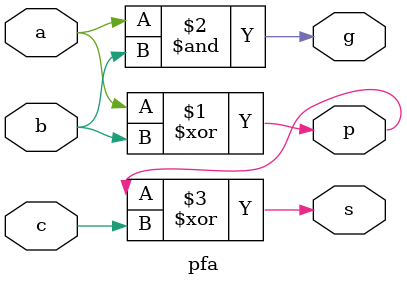
<source format=v>
module pfa(
    input a,
    input b,
    input c,
    output p,
    output g,
    output s
    );
    assign p=a^b;
    assign g=a&b;
    assign s=p^c;

endmodule
</source>
